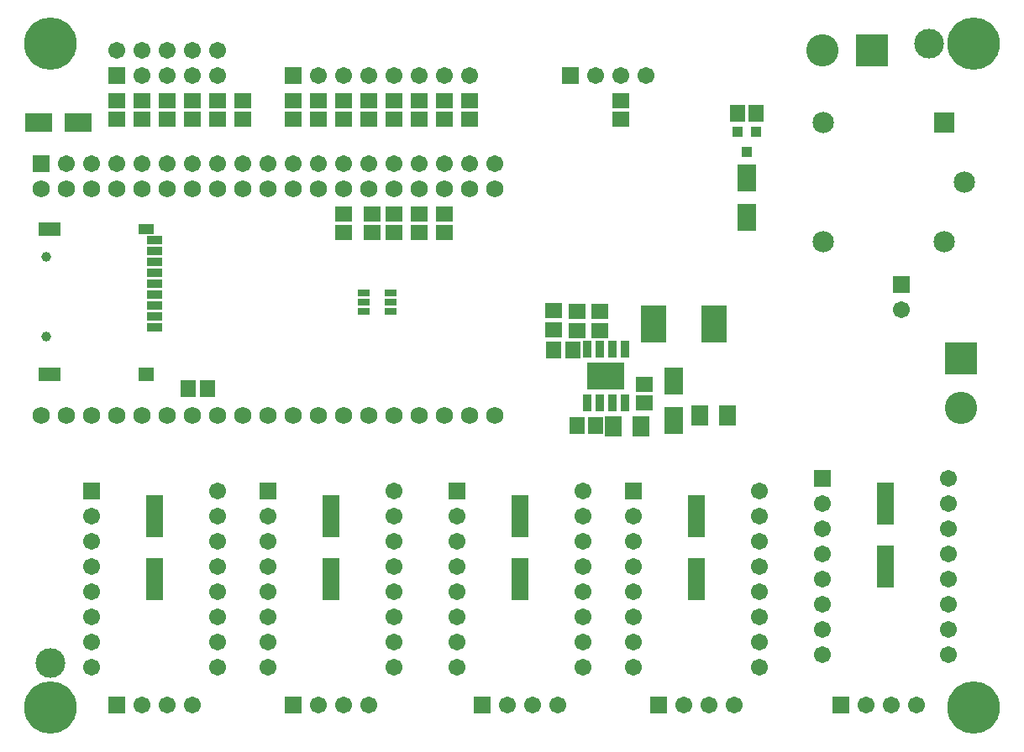
<source format=gbr>
G04 DipTrace 3.3.0.0*
G04 TopMask.gbr*
%MOIN*%
G04 #@! TF.FileFunction,Soldermask,Top*
G04 #@! TF.Part,Single*
%ADD35C,0.11811*%
%ADD60C,0.03937*%
%ADD71R,0.14622X0.111181*%
%ADD73R,0.032047X0.071024*%
%ADD75R,0.051339X0.031654*%
%ADD77C,0.067031*%
%ADD79R,0.067031X0.067031*%
%ADD81C,0.068031*%
%ADD83C,0.128031*%
%ADD85R,0.128031X0.128031*%
%ADD87R,0.059213X0.067087*%
%ADD89R,0.039528X0.043465*%
%ADD91C,0.208031*%
%ADD93R,0.100551X0.145827*%
%ADD95R,0.084803X0.084803*%
%ADD97C,0.084803*%
%ADD99R,0.06315X0.039528*%
%ADD101R,0.06315X0.055276*%
%ADD103R,0.086772X0.055276*%
%ADD105R,0.059213X0.035591*%
%ADD107C,0.067087*%
%ADD109R,0.067087X0.067087*%
%ADD111C,0.047402*%
%ADD113R,0.106457X0.074961*%
%ADD115R,0.074961X0.106457*%
%ADD117R,0.071024X0.078898*%
%ADD119R,0.071024X0.171417*%
%ADD121R,0.067087X0.059213*%
%FSLAX26Y26*%
G04*
G70*
G90*
G75*
G01*
G04 TopMask*
%LPD*%
D121*
X2886724Y1816570D3*
Y1741766D3*
D119*
X944016Y1044016D3*
Y1292047D3*
X1644016Y1044016D3*
Y1292047D3*
X2394016Y1044016D3*
Y1292047D3*
X3094016Y1044016D3*
Y1292047D3*
X3844016Y1094016D3*
Y1342047D3*
D121*
X1794016Y2869016D3*
Y2943819D3*
X1994016Y2869016D3*
Y2943819D3*
X2194016Y2869016D3*
Y2943819D3*
X894016Y2869016D3*
Y2943819D3*
X1094016Y2869016D3*
Y2943819D3*
X1294016Y2869016D3*
Y2943819D3*
X1594016Y2869016D3*
Y2943819D3*
D117*
X2875766Y1650765D3*
X2765530D3*
D121*
X2710724Y2031570D3*
Y2106373D3*
D117*
X3106516Y1694016D3*
X3216752D3*
D115*
X3003724Y1830534D3*
Y1673054D3*
X3293064Y2479589D3*
Y2637070D3*
D113*
X485214Y2858130D3*
X642694D3*
D35*
X531811Y708976D3*
D111*
D3*
D109*
X1494016Y3044016D3*
D107*
X1594016D3*
X1694016D3*
X1794016D3*
X1894016D3*
X1994016D3*
X2094016D3*
X2194016D3*
D109*
X794016Y544016D3*
D107*
X894016D3*
X994016D3*
X1094016D3*
D109*
X1494016D3*
D107*
X1594016D3*
X1694016D3*
X1794016D3*
D109*
X2244016D3*
D107*
X2344016D3*
X2444016D3*
X2544016D3*
D109*
X2944016D3*
D107*
X3044016D3*
X3144016D3*
X3244016D3*
D109*
X3669016D3*
D107*
X3769016D3*
X3869016D3*
X3969016D3*
D109*
X2594016Y3044016D3*
D107*
X2694016D3*
X2794016D3*
X2894016D3*
D109*
X794016D3*
D107*
Y3144016D3*
X894016Y3044016D3*
Y3144016D3*
X994016Y3044016D3*
Y3144016D3*
X1094016Y3044016D3*
Y3144016D3*
X1194016Y3044016D3*
Y3144016D3*
D109*
X494016Y2694016D3*
D107*
X594016D3*
X694016D3*
X794016D3*
X894016D3*
X994016D3*
X1094016D3*
X1194016D3*
X1294016D3*
X1394016D3*
X1494016D3*
X1594016D3*
X1694016D3*
X1794016D3*
X1894016D3*
X1994016D3*
X2094016D3*
X2194016D3*
X2294016D3*
D109*
X3906516Y2213701D3*
D107*
Y2113701D3*
D105*
X943992Y2043765D3*
Y2087072D3*
Y2130379D3*
Y2173686D3*
Y2216993D3*
Y2260301D3*
Y2303608D3*
Y2346915D3*
Y2390222D3*
D103*
X528638Y1855576D3*
D101*
X910528D3*
D99*
Y2433529D3*
D103*
X528638D3*
D60*
X512890Y2322899D3*
Y2007938D3*
D97*
X4156516Y2620886D3*
D95*
X4077776Y2857106D3*
D97*
Y2384665D3*
X3597461Y2857106D3*
Y2384665D3*
D93*
X2925471Y2055430D3*
X3163660D3*
D91*
X531811Y531811D3*
X4193228D3*
Y3169606D3*
X531811D3*
D89*
X3331516Y2819016D3*
X3256713D3*
X3294114Y2740276D3*
D121*
X1694016Y2419016D3*
Y2493819D3*
X1894016Y2494016D3*
Y2419213D3*
X1994016Y2494016D3*
Y2419213D3*
X2094016Y2494016D3*
Y2419213D3*
D87*
X2619724Y1654570D3*
X2694528D3*
D121*
X2619724Y2031570D3*
Y2106373D3*
X1694016Y2944016D3*
Y2869213D3*
X1894016Y2944016D3*
Y2869213D3*
X2094016Y2944016D3*
Y2869213D3*
X794016Y2944016D3*
Y2869213D3*
X994016Y2944016D3*
Y2869213D3*
X1194016Y2944016D3*
Y2869213D3*
X1494016Y2944016D3*
Y2869213D3*
D87*
X3256516Y2894016D3*
X3331319D3*
D121*
X2528724Y2109570D3*
Y2034766D3*
D87*
Y1953570D3*
X2603528D3*
D121*
X2794016Y2869016D3*
Y2943819D3*
X1806516Y2493819D3*
Y2419016D3*
D87*
X1153190Y1799523D3*
X1078387D3*
D85*
X4144016Y1919016D3*
D83*
Y1722165D3*
D85*
X3790079Y3142441D3*
D83*
X3593228D3*
D81*
X494016Y2594016D3*
X594016D3*
X694016D3*
X794016D3*
X894016D3*
X994016D3*
X1094016D3*
X1194016D3*
X1294016D3*
X1394016D3*
X1494016D3*
X1594016D3*
X1694016D3*
X1794016D3*
X1894016D3*
X1994016D3*
X2094016D3*
X2194016D3*
X2294016D3*
X494016Y1694016D3*
X594016D3*
X694016D3*
X794016D3*
X894016D3*
X994016D3*
X1094016D3*
X1194016D3*
X1294016D3*
X1394016D3*
X1494016D3*
X1594016D3*
X1694016D3*
X1794016D3*
X1894016D3*
X1994016D3*
X2094016D3*
X2194016D3*
X2294016D3*
D79*
X694016Y1394016D3*
D77*
Y1294016D3*
Y1194016D3*
Y1094016D3*
Y994016D3*
Y894016D3*
Y794016D3*
Y694016D3*
X1194016D3*
Y794016D3*
Y894016D3*
Y994016D3*
Y1094016D3*
Y1194016D3*
Y1294016D3*
Y1394016D3*
D79*
X1394016D3*
D77*
Y1294016D3*
Y1194016D3*
Y1094016D3*
Y994016D3*
Y894016D3*
Y794016D3*
Y694016D3*
X1894016D3*
Y794016D3*
Y894016D3*
Y994016D3*
Y1094016D3*
Y1194016D3*
Y1294016D3*
Y1394016D3*
D79*
X2144016D3*
D77*
Y1294016D3*
Y1194016D3*
Y1094016D3*
Y994016D3*
Y894016D3*
Y794016D3*
Y694016D3*
X2644016D3*
Y794016D3*
Y894016D3*
Y994016D3*
Y1094016D3*
Y1194016D3*
Y1294016D3*
Y1394016D3*
D79*
X2844016D3*
D77*
Y1294016D3*
Y1194016D3*
Y1094016D3*
Y994016D3*
Y894016D3*
Y794016D3*
Y694016D3*
X3344016D3*
Y794016D3*
Y894016D3*
Y994016D3*
Y1094016D3*
Y1194016D3*
Y1294016D3*
Y1394016D3*
D79*
X3594016Y1444016D3*
D77*
Y1344016D3*
Y1244016D3*
Y1144016D3*
Y1044016D3*
Y944016D3*
Y844016D3*
Y744016D3*
X4094016D3*
Y844016D3*
Y944016D3*
Y1044016D3*
Y1144016D3*
Y1244016D3*
Y1344016D3*
Y1444016D3*
D75*
X1775266Y2181516D3*
Y2144114D3*
Y2106713D3*
X1881566D3*
Y2144114D3*
Y2181516D3*
D73*
X2810354Y1955442D3*
X2760354D3*
X2710354D3*
X2660354D3*
Y1742844D3*
X2710354D3*
X2760354D3*
X2810354D3*
D71*
X2735354Y1849143D3*
D35*
X4016063Y3169606D3*
D111*
D3*
M02*

</source>
